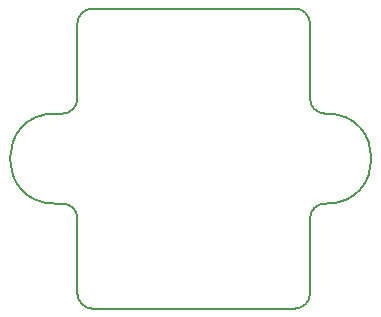
<source format=gbr>
G04 #@! TF.GenerationSoftware,KiCad,Pcbnew,(5.0.2)-1*
G04 #@! TF.CreationDate,2018-12-29T13:39:34-05:00*
G04 #@! TF.ProjectId,8P8C+LED_Horizontal_with_mounts,38503843-2b4c-4454-945f-486f72697a6f,rev?*
G04 #@! TF.SameCoordinates,Original*
G04 #@! TF.FileFunction,Profile,NP*
%FSLAX46Y46*%
G04 Gerber Fmt 4.6, Leading zero omitted, Abs format (unit mm)*
G04 Created by KiCad (PCBNEW (5.0.2)-1) date 12/29/2018 1:39:34 PM*
%MOMM*%
%LPD*%
G01*
G04 APERTURE LIST*
%ADD10C,0.150000*%
G04 APERTURE END LIST*
D10*
X152400000Y-101600000D02*
X152527000Y-101600000D01*
X152400000Y-109220000D02*
X152527000Y-109220000D01*
X131445000Y-93980000D02*
X131445000Y-100330000D01*
X151130000Y-93980000D02*
X151130000Y-100330000D01*
X131445000Y-110490000D02*
X131445000Y-116840000D01*
X151130000Y-110490000D02*
X151130000Y-116840000D01*
X132715000Y-118110000D02*
X149860000Y-118110000D01*
X129540000Y-109220000D02*
X130175000Y-109220000D01*
X129540000Y-101600000D02*
X130175000Y-101600000D01*
X132715000Y-92710000D02*
X149860000Y-92710000D01*
X151130000Y-110490000D02*
G75*
G02X152400000Y-109220000I1270000J0D01*
G01*
X151130000Y-116840000D02*
G75*
G02X149860000Y-118110000I-1270000J0D01*
G01*
X132715000Y-118110000D02*
G75*
G02X131445000Y-116840000I0J1270000D01*
G01*
X130175000Y-109220000D02*
G75*
G02X131445000Y-110490000I0J-1270000D01*
G01*
X131445000Y-100330000D02*
G75*
G02X130175000Y-101600000I-1270000J0D01*
G01*
X131445000Y-93980000D02*
G75*
G02X132715000Y-92710000I1270000J0D01*
G01*
X149860000Y-92710000D02*
G75*
G02X151130000Y-93980000I0J-1270000D01*
G01*
X152400000Y-101600000D02*
G75*
G02X151130000Y-100330000I0J1270000D01*
G01*
X129540000Y-109220000D02*
G75*
G02X129540000Y-101600000I0J3810000D01*
G01*
X152527000Y-101600000D02*
G75*
G02X152527000Y-109220000I0J-3810000D01*
G01*
M02*

</source>
